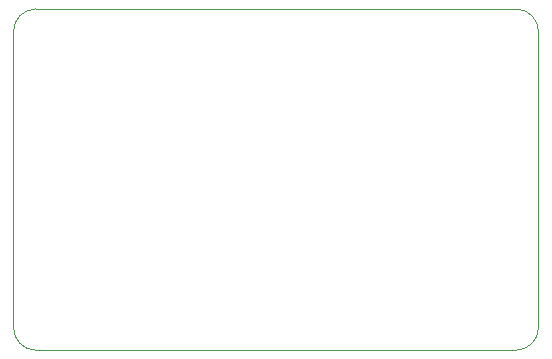
<source format=gbr>
%TF.GenerationSoftware,KiCad,Pcbnew,(6.0.0)*%
%TF.CreationDate,2022-10-20T13:44:37-04:00*%
%TF.ProjectId,TandyKey-A,54616e64-794b-4657-992d-412e6b696361,rev?*%
%TF.SameCoordinates,Original*%
%TF.FileFunction,Profile,NP*%
%FSLAX46Y46*%
G04 Gerber Fmt 4.6, Leading zero omitted, Abs format (unit mm)*
G04 Created by KiCad (PCBNEW (6.0.0)) date 2022-10-20 13:44:37*
%MOMM*%
%LPD*%
G01*
G04 APERTURE LIST*
%TA.AperFunction,Profile*%
%ADD10C,0.050000*%
%TD*%
G04 APERTURE END LIST*
D10*
X106680000Y-110490000D02*
X147320000Y-110490000D01*
X106680000Y-81597500D02*
X147320000Y-81597500D01*
X149225000Y-108585000D02*
X149225000Y-83502500D01*
X106680000Y-81597500D02*
G75*
G03*
X104775000Y-83502500I1J-1905001D01*
G01*
X104775000Y-108585000D02*
X104775000Y-83502500D01*
X149225000Y-83502500D02*
G75*
G03*
X147320000Y-81597500I-1905001J-1D01*
G01*
X147320000Y-110490000D02*
G75*
G03*
X149225000Y-108585000I-1J1905001D01*
G01*
X104775000Y-108585000D02*
G75*
G03*
X106680000Y-110490000I1905001J1D01*
G01*
M02*

</source>
